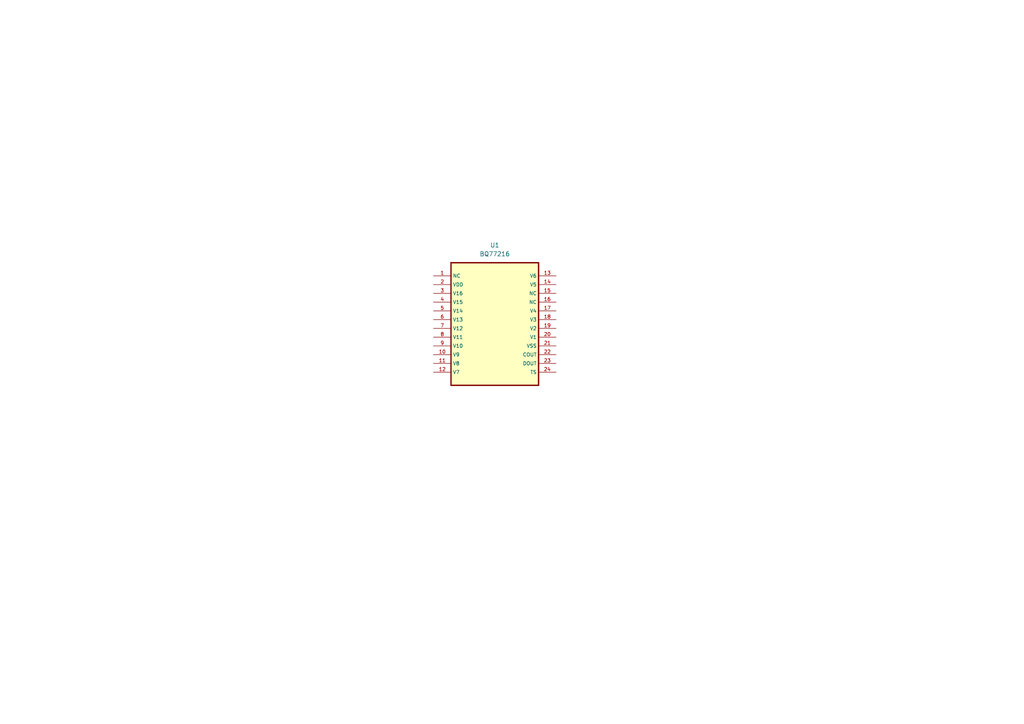
<source format=kicad_sch>
(kicad_sch (version 20231120) (generator "eeschema") (generator_version "8.0")
  (paper "A4")
  (lib_symbols
    (symbol "10_ICs:BQ77216"
      (property "Reference" "U" (at 0.762 2.794 0))
      (property "Value" "BQ77216" (at 4.318 1.27 0))
      (symbol "BQ77216_0_0"
        (rectangle (start 0 0) (end 25.4 -35.56) (stroke (width 0.41)) (fill (type background)))
      )
      (symbol "BQ77216_1_0"
        (pin bidirectional line (at -5.08 -3.81 0) (length 5.08) (name "NC") (number "1"))
        (pin bidirectional line (at -5.08 -26.67 0) (length 5.08) (name "V9") (number "10"))
        (pin bidirectional line (at -5.08 -29.21 0) (length 5.08) (name "V8") (number "11"))
        (pin bidirectional line (at -5.08 -31.75 0) (length 5.08) (name "V7") (number "12"))
        (pin bidirectional line (at 30.48 -3.81 180) (length 5.08) (name "V6") (number "13"))
        (pin bidirectional line (at 30.48 -6.35 180) (length 5.08) (name "V5") (number "14"))
        (pin bidirectional line (at 30.48 -8.89 180) (length 5.08) (name "NC") (number "15"))
        (pin bidirectional line (at 30.48 -11.43 180) (length 5.08) (name "NC") (number "16"))
        (pin bidirectional line (at 30.48 -13.97 180) (length 5.08) (name "V4") (number "17"))
        (pin bidirectional line (at 30.48 -16.51 180) (length 5.08) (name "V3") (number "18"))
        (pin bidirectional line (at 30.48 -19.05 180) (length 5.08) (name "V2") (number "19"))
        (pin power_in line (at -5.08 -6.35 0) (length 5.08) (name "VDD") (number "2"))
        (pin bidirectional line (at 30.48 -21.59 180) (length 5.08) (name "V1") (number "20"))
        (pin bidirectional line (at 30.48 -24.13 180) (length 5.08) (name "VSS") (number "21"))
        (pin bidirectional line (at 30.48 -26.67 180) (length 5.08) (name "COUT") (number "22"))
        (pin bidirectional line (at 30.48 -29.21 180) (length 5.08) (name "DOUT") (number "23"))
        (pin bidirectional line (at 30.48 -31.75 180) (length 5.08) (name "TS") (number "24"))
        (pin bidirectional line (at -5.08 -8.89 0) (length 5.08) (name "V16") (number "3"))
        (pin bidirectional line (at -5.08 -11.43 0) (length 5.08) (name "V15") (number "4"))
        (pin bidirectional line (at -5.08 -13.97 0) (length 5.08) (name "V14") (number "5"))
        (pin bidirectional line (at -5.08 -16.51 0) (length 5.08) (name "V13") (number "6"))
        (pin bidirectional line (at -5.08 -19.05 0) (length 5.08) (name "V12") (number "7"))
        (pin bidirectional line (at -5.08 -21.59 0) (length 5.08) (name "V11") (number "8"))
        (pin bidirectional line (at -5.08 -24.13 0) (length 5.08) (name "V10") (number "9"))
      )
    )
  )
  (symbol (lib_id "10_ICs:BQ77216") (at 130.81 76.2 0) (unit 1)
    (property "Reference" "U1" (at 143.51 71.12 0))
    (property "Value" "BQ77216" (at 143.51 73.66 0))
    (property "Footprint" "Package_SO:TSSOP-24_4.4x7.8mm_P0.65mm" (effects (hide yes)))
  )
)
</source>
